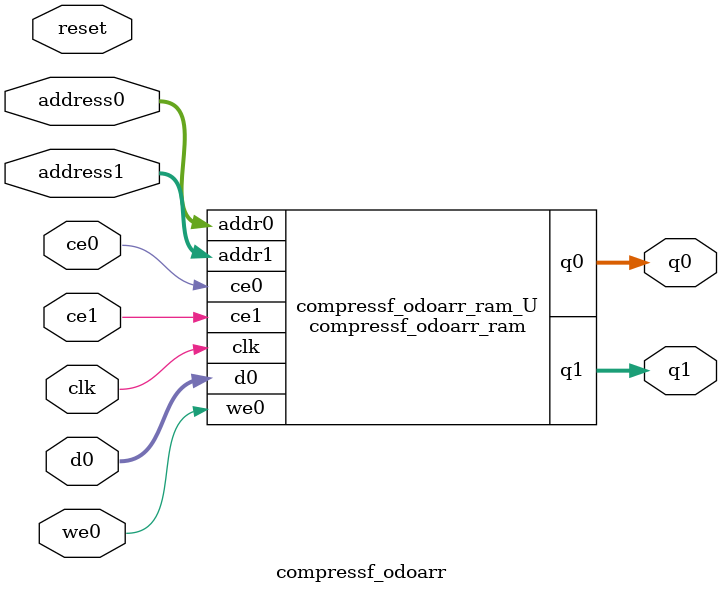
<source format=v>
`timescale 1 ns / 1 ps
module compressf_odoarr_ram (addr0, ce0, d0, we0, q0, addr1, ce1, q1,  clk);

parameter DWIDTH = 32;
parameter AWIDTH = 10;
parameter MEM_SIZE = 625;

input[AWIDTH-1:0] addr0;
input ce0;
input[DWIDTH-1:0] d0;
input we0;
output reg[DWIDTH-1:0] q0;
input[AWIDTH-1:0] addr1;
input ce1;
output reg[DWIDTH-1:0] q1;
input clk;

(* ram_style = "block" *)reg [DWIDTH-1:0] ram[0:MEM_SIZE-1];




always @(posedge clk)  
begin 
    if (ce0) 
    begin
        if (we0) 
        begin 
            ram[addr0] <= d0; 
        end 
        q0 <= ram[addr0];
    end
end


always @(posedge clk)  
begin 
    if (ce1) 
    begin
        q1 <= ram[addr1];
    end
end


endmodule

`timescale 1 ns / 1 ps
module compressf_odoarr(
    reset,
    clk,
    address0,
    ce0,
    we0,
    d0,
    q0,
    address1,
    ce1,
    q1);

parameter DataWidth = 32'd32;
parameter AddressRange = 32'd625;
parameter AddressWidth = 32'd10;
input reset;
input clk;
input[AddressWidth - 1:0] address0;
input ce0;
input we0;
input[DataWidth - 1:0] d0;
output[DataWidth - 1:0] q0;
input[AddressWidth - 1:0] address1;
input ce1;
output[DataWidth - 1:0] q1;



compressf_odoarr_ram compressf_odoarr_ram_U(
    .clk( clk ),
    .addr0( address0 ),
    .ce0( ce0 ),
    .we0( we0 ),
    .d0( d0 ),
    .q0( q0 ),
    .addr1( address1 ),
    .ce1( ce1 ),
    .q1( q1 ));

endmodule


</source>
